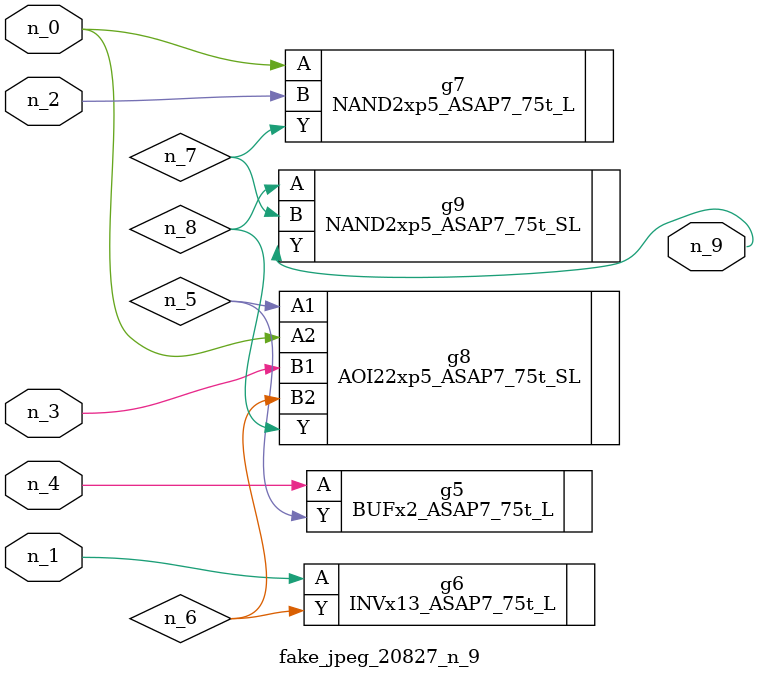
<source format=v>
module fake_jpeg_20827_n_9 (n_3, n_2, n_1, n_0, n_4, n_9);

input n_3;
input n_2;
input n_1;
input n_0;
input n_4;

output n_9;

wire n_8;
wire n_6;
wire n_5;
wire n_7;

BUFx2_ASAP7_75t_L g5 ( 
.A(n_4),
.Y(n_5)
);

INVx13_ASAP7_75t_L g6 ( 
.A(n_1),
.Y(n_6)
);

NAND2xp5_ASAP7_75t_L g7 ( 
.A(n_0),
.B(n_2),
.Y(n_7)
);

AOI22xp5_ASAP7_75t_SL g8 ( 
.A1(n_5),
.A2(n_0),
.B1(n_3),
.B2(n_6),
.Y(n_8)
);

NAND2xp5_ASAP7_75t_SL g9 ( 
.A(n_8),
.B(n_7),
.Y(n_9)
);


endmodule
</source>
